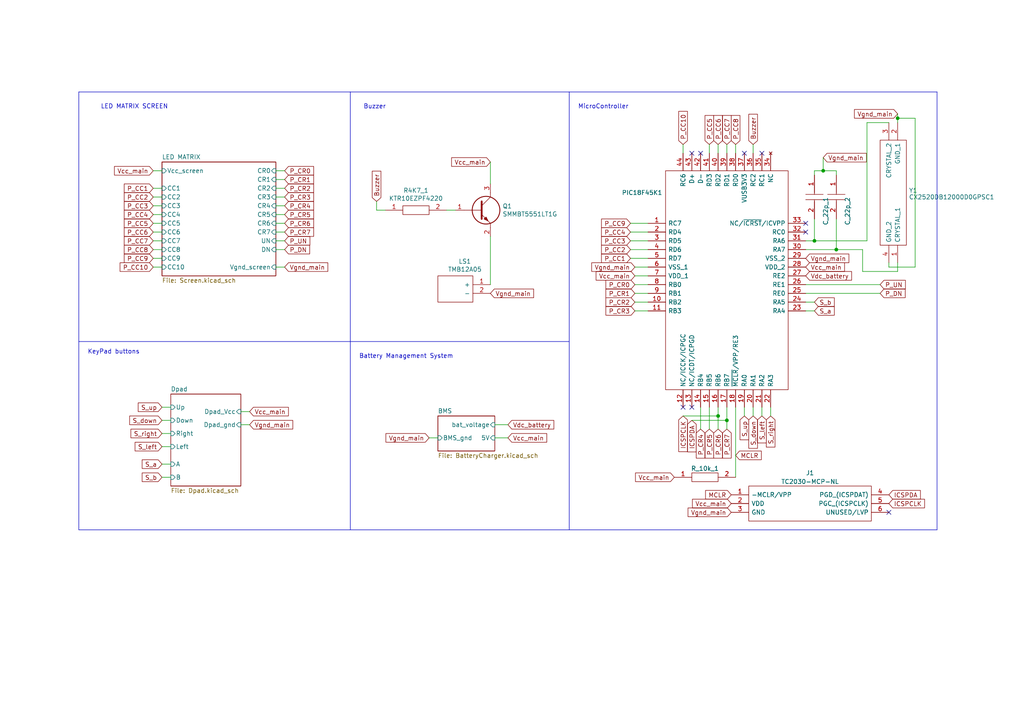
<source format=kicad_sch>
(kicad_sch (version 20230121) (generator eeschema)
  (paper "A4")
  (title_block (title "PicBytes Micro - General") (date "2024-01-03") (rev "V1.2") (company "Making Devices") (comment 1 "Rubén G.S."))
  (lib_symbols
    (symbol "PicBytesMicro-rescue:GCG21BR71H154KA01K-SamacSys_Parts" (pin_names (offset 0.762))
      (property "Reference" "C" (at 8.89 6.35 0))
      (property "Value" "GCG21BR71H154KA01K-SamacSys_Parts" (at 8.89 3.81 0))
      (symbol "GCG21BR71H154KA01K-SamacSys_Parts_0_0"
        (pin passive line (at 0 0 0) (length 5.08) (name "~") (number "1"))
        (pin passive line (at 12.7 0 180) (length 5.08) (name "~") (number "2"))
      )
      (symbol "GCG21BR71H154KA01K-SamacSys_Parts_0_1"
        (polyline (pts (xy 5.08 0) (xy 5.588 0)) (stroke (width 0.1524)))
        (polyline (pts (xy 5.588 2.54) (xy 5.588 -2.54)) (stroke (width 0.1524)))
        (polyline (pts (xy 7.112 0) (xy 7.62 0)) (stroke (width 0.1524)))
        (polyline (pts (xy 7.112 2.54) (xy 7.112 -2.54)) (stroke (width 0.1524)))
      )
    )
    (symbol "PicBytesMicro-rescue:KTR10EZPF4220-SamacSys_Parts" (pin_names (offset 0.762))
      (property "Reference" "R" (at 13.97 6.35 0))
      (property "Value" "KTR10EZPF4220-SamacSys_Parts" (at 13.97 3.81 0))
      (symbol "KTR10EZPF4220-SamacSys_Parts_0_0"
        (pin passive line (at 0 0 0) (length 5.08) (name "~") (number "1"))
        (pin passive line (at 17.78 0 180) (length 5.08) (name "~") (number "2"))
      )
      (symbol "KTR10EZPF4220-SamacSys_Parts_0_1"
        (polyline (pts (xy 5.08 1.27) (xy 12.7 1.27) (xy 12.7 -1.27) (xy 5.08 -1.27) (xy 5.08 1.27)) (stroke (width 0.1524)))
      )
    )
    (symbol "PicBytesMicro-rescue:PIC18F45K50-I_PT-SamacSys_Parts" (pin_names (offset 0.762))
      (property "Reference" "IC" (at 41.91 20.32 0))
      (property "Value" "PIC18F45K50-I_PT-SamacSys_Parts" (at 41.91 17.78 0))
      (symbol "PIC18F45K50-I_PT-SamacSys_Parts_0_0"
        (pin passive line (at 0 0 0) (length 5.08) (name "RC7") (number "1"))
        (pin passive line (at 0 -22.86 0) (length 5.08) (name "RB2") (number "10"))
        (pin passive line (at 0 -25.4 0) (length 5.08) (name "RB3") (number "11"))
        (pin passive line (at 10.16 -53.34 90) (length 5.08) (name "NC/ICCK/ICPGC") (number "12"))
        (pin passive line (at 12.7 -53.34 90) (length 5.08) (name "NC/ICDT/ICPGD") (number "13"))
        (pin passive line (at 15.24 -53.34 90) (length 5.08) (name "RB4") (number "14"))
        (pin passive line (at 17.78 -53.34 90) (length 5.08) (name "RB5") (number "15"))
        (pin passive line (at 20.32 -53.34 90) (length 5.08) (name "RB6") (number "16"))
        (pin passive line (at 22.86 -53.34 90) (length 5.08) (name "RB7") (number "17"))
        (pin passive line (at 25.4 -53.34 90) (length 5.08) (name "~{MCLR}/VPP/RE3") (number "18"))
        (pin passive line (at 27.94 -53.34 90) (length 5.08) (name "RA0") (number "19"))
        (pin passive line (at 0 -2.54 0) (length 5.08) (name "RD4") (number "2"))
        (pin passive line (at 30.48 -53.34 90) (length 5.08) (name "RA1") (number "20"))
        (pin passive line (at 33.02 -53.34 90) (length 5.08) (name "RA2") (number "21"))
        (pin passive line (at 35.56 -53.34 90) (length 5.08) (name "RA3") (number "22"))
        (pin passive line (at 45.72 -25.4 180) (length 5.08) (name "RA4") (number "23"))
        (pin passive line (at 45.72 -22.86 180) (length 5.08) (name "RA5") (number "24"))
        (pin passive line (at 45.72 -20.32 180) (length 5.08) (name "RE0") (number "25"))
        (pin passive line (at 45.72 -17.78 180) (length 5.08) (name "RE1") (number "26"))
        (pin passive line (at 45.72 -15.24 180) (length 5.08) (name "RE2") (number "27"))
        (pin passive line (at 45.72 -12.7 180) (length 5.08) (name "VDD_2") (number "28"))
        (pin passive line (at 45.72 -10.16 180) (length 5.08) (name "VSS_2") (number "29"))
        (pin passive line (at 0 -5.08 0) (length 5.08) (name "RD5") (number "3"))
        (pin passive line (at 45.72 -7.62 180) (length 5.08) (name "RA7") (number "30"))
        (pin passive line (at 45.72 -5.08 180) (length 5.08) (name "RA6") (number "31"))
        (pin passive line (at 45.72 -2.54 180) (length 5.08) (name "RC0") (number "32"))
        (pin passive line (at 45.72 0 180) (length 5.08) (name "NC/~{ICRST}/ICVPP") (number "33"))
        (pin no_connect line (at 35.56 20.32 270) (length 5.08) (name "NC") (number "34"))
        (pin passive line (at 33.02 20.32 270) (length 5.08) (name "RC1") (number "35"))
        (pin passive line (at 30.48 20.32 270) (length 5.08) (name "RC2") (number "36"))
        (pin passive line (at 27.94 20.32 270) (length 5.08) (name "VUSB3V3") (number "37"))
        (pin passive line (at 25.4 20.32 270) (length 5.08) (name "RD0") (number "38"))
        (pin passive line (at 22.86 20.32 270) (length 5.08) (name "RD1") (number "39"))
        (pin passive line (at 0 -7.62 0) (length 5.08) (name "RD6") (number "4"))
        (pin passive line (at 20.32 20.32 270) (length 5.08) (name "RD2") (number "40"))
        (pin passive line (at 17.78 20.32 270) (length 5.08) (name "RD3") (number "41"))
        (pin passive line (at 15.24 20.32 270) (length 5.08) (name "D-") (number "42"))
        (pin passive line (at 12.7 20.32 270) (length 5.08) (name "D+") (number "43"))
        (pin passive line (at 10.16 20.32 270) (length 5.08) (name "RC6") (number "44"))
        (pin passive line (at 0 -10.16 0) (length 5.08) (name "RD7") (number "5"))
        (pin passive line (at 0 -12.7 0) (length 5.08) (name "VSS_1") (number "6"))
        (pin passive line (at 0 -15.24 0) (length 5.08) (name "VDD_1") (number "7"))
        (pin passive line (at 0 -17.78 0) (length 5.08) (name "RB0") (number "8"))
        (pin passive line (at 0 -20.32 0) (length 5.08) (name "RB1") (number "9"))
      )
      (symbol "PIC18F45K50-I_PT-SamacSys_Parts_0_1"
        (polyline (pts (xy 5.08 15.24) (xy 40.64 15.24) (xy 40.64 -48.26) (xy 5.08 -48.26) (xy 5.08 15.24)) (stroke (width 0.1524)))
      )
    )
    (symbol "PicBytesMicro-rescue:SMMBT5551LT1G-SamacSys_Parts" (pin_names (offset 0.762))
      (property "Reference" "Q" (at 13.97 1.27 0))
      (property "Value" "SMMBT5551LT1G-SamacSys_Parts" (at 13.97 -1.27 0))
      (symbol "SMMBT5551LT1G-SamacSys_Parts_0_0"
        (pin passive line (at 0 0 0) (length 2.54) (name "~") (number "1"))
        (pin passive line (at 10.16 -7.62 90) (length 2.54) (name "~") (number "2"))
        (pin passive line (at 10.16 7.62 270) (length 2.54) (name "~") (number "3"))
      )
      (symbol "SMMBT5551LT1G-SamacSys_Parts_0_1"
        (polyline (pts (xy 2.54 0) (xy 7.62 0)) (stroke (width 0.1524)))
        (polyline (pts (xy 7.62 -1.27) (xy 10.16 -3.81)) (stroke (width 0.1524)))
        (polyline (pts (xy 7.62 1.27) (xy 10.16 3.81)) (stroke (width 0.1524)))
        (polyline (pts (xy 7.62 2.54) (xy 7.62 -2.54)) (stroke (width 0.508)))
        (polyline (pts (xy 10.16 -3.81) (xy 10.16 -5.08)) (stroke (width 0.1524)))
        (polyline (pts (xy 10.16 3.81) (xy 10.16 5.08)) (stroke (width 0.1524)))
        (polyline (pts (xy 8.382 -2.54) (xy 8.89 -2.032) (xy 9.398 -3.048) (xy 8.382 -2.54)) (stroke (width 0.254)) (fill (type outline)))
        (circle (center 8.89 0) (radius 4.0132) (stroke (width 0.254)))
      )
    )
    (symbol "PicBytesMicro-rescue:TMB12A05-SamacSys_Parts" (pin_names (offset 0.762))
      (property "Reference" "LS" (at 16.51 7.62 0))
      (property "Value" "TMB12A05-SamacSys_Parts" (at 16.51 5.08 0))
      (symbol "TMB12A05-SamacSys_Parts_0_0"
        (pin passive line (at 0 -2.54 0) (length 5.08) (name "+") (number "1"))
        (pin passive line (at 0 0 0) (length 5.08) (name "-") (number "2"))
      )
      (symbol "TMB12A05-SamacSys_Parts_0_1"
        (polyline (pts (xy 5.08 2.54) (xy 15.24 2.54) (xy 15.24 -5.08) (xy 5.08 -5.08) (xy 5.08 2.54)) (stroke (width 0.1524)))
      )
    )
    (symbol "User_lib:CX2520DB12000D0GPSC1" (pin_names (offset 0.762))
      (property "Reference" "Y" (at 36.83 7.62 0))
      (property "Value" "CX2520DB12000D0GPSC1" (at 36.83 5.08 0))
      (symbol "CX2520DB12000D0GPSC1_0_0"
        (pin passive line (at 0 -2.54 0) (length 5.08) (name "CRYSTAL_1") (number "1"))
        (pin passive line (at 40.64 -2.54 180) (length 5.08) (name "GND_1") (number "2"))
        (pin passive line (at 40.64 0 180) (length 5.08) (name "CRYSTAL_2") (number "3"))
        (pin passive line (at 0 0 0) (length 5.08) (name "GND_2") (number "4"))
      )
      (symbol "CX2520DB12000D0GPSC1_0_1"
        (polyline (pts (xy 5.08 2.54) (xy 35.56 2.54) (xy 35.56 -5.08) (xy 5.08 -5.08) (xy 5.08 2.54)) (stroke (width 0.1524)))
      )
    )
    (symbol "User_lib:TC2030-MCP-NL" (pin_names (offset 0.762))
      (property "Reference" "J" (at 41.91 7.62 0))
      (property "Value" "TC2030-MCP-NL" (at 41.91 5.08 0))
      (symbol "TC2030-MCP-NL_0_0"
        (pin passive line (at 0 0 0) (length 5.08) (name "-MCLR/VPP") (number "1"))
        (pin passive line (at 0 -2.54 0) (length 5.08) (name "VDD") (number "2"))
        (pin passive line (at 0 -5.08 0) (length 5.08) (name "GND") (number "3"))
        (pin passive line (at 45.72 0 180) (length 5.08) (name "PGD_(ICSPDAT)") (number "4"))
        (pin passive line (at 45.72 -2.54 180) (length 5.08) (name "PGC_(ICSPCLK)") (number "5"))
        (pin passive line (at 45.72 -5.08 180) (length 5.08) (name "UNUSED/LVP") (number "6"))
      )
      (symbol "TC2030-MCP-NL_0_1"
        (polyline (pts (xy 5.08 2.54) (xy 40.64 2.54) (xy 40.64 -7.62) (xy 5.08 -7.62) (xy 5.08 2.54)) (stroke (width 0.1524)))
      )
    )
  )
  (junction (at 210.82 121.92))
  (junction (at 208.28 120.65))
  (junction (at 238.76 49.53))
  (junction (at 260.35 34.29))
  (junction (at 242.57 72.39))
  (junction (at 236.22 69.85))
  (no_connect (at 233.68 64.77))
  (no_connect (at 198.12 118.11))
  (no_connect (at 200.66 44.45))
  (no_connect (at 215.9 44.45))
  (no_connect (at 233.68 67.31))
  (no_connect (at 220.98 44.45))
  (no_connect (at 203.2 44.45))
  (no_connect (at 257.81 148.59))
  (no_connect (at 200.66 118.11))
  (wire (pts (xy 213.36 138.43) (xy 213.36 118.11)))
  (wire (pts (xy 44.45 57.15) (xy 46.99 57.15)))
  (wire (pts (xy 187.96 74.93) (xy 182.88 74.93)))
  (wire (pts (xy 124.46 127) (xy 127 127)))
  (wire (pts (xy 242.57 72.39) (xy 250.19 72.39)))
  (wire (pts (xy 49.53 138.43) (xy 46.99 138.43)))
  (wire (pts (xy 82.55 52.07) (xy 80.01 52.07)))
  (wire (pts (xy 210.82 121.92) (xy 210.82 118.11)))
  (wire (pts (xy 46.99 69.85) (xy 44.45 69.85)))
  (wire (pts (xy 46.99 134.62) (xy 49.53 134.62)))
  (wire (pts (xy 218.44 41.91) (xy 218.44 44.45)))
  (wire (pts (xy 200.66 121.92) (xy 210.82 121.92)))
  (wire (pts (xy 260.35 34.29) (xy 265.43 34.29)))
  (wire (pts (xy 46.99 125.73) (xy 49.53 125.73)))
  (wire (pts (xy 184.15 77.47) (xy 187.96 77.47)))
  (wire (pts (xy 82.55 59.69) (xy 80.01 59.69)))
  (wire (pts (xy 80.01 67.31) (xy 82.55 67.31)))
  (wire (pts (xy 46.99 59.69) (xy 44.45 59.69)))
  (wire (pts (xy 187.96 90.17) (xy 184.15 90.17)))
  (wire (pts (xy 208.28 124.46) (xy 208.28 120.65)))
  (wire (pts (xy 198.12 41.91) (xy 198.12 44.45)))
  (wire (pts (xy 242.57 49.53) (xy 238.76 49.53)))
  (wire (pts (xy 111.76 60.96) (xy 109.22 60.96)))
  (wire (pts (xy 215.9 120.65) (xy 215.9 118.11)))
  (wire (pts (xy 72.39 119.38) (xy 69.85 119.38)))
  (wire (pts (xy 182.88 67.31) (xy 187.96 67.31)))
  (wire (pts (xy 187.96 80.01) (xy 184.15 80.01)))
  (wire (pts (xy 260.35 33.02) (xy 260.35 34.29)))
  (wire (pts (xy 242.57 72.39) (xy 242.57 63.5)))
  (wire (pts (xy 236.22 90.17) (xy 233.68 90.17)))
  (wire (pts (xy 260.35 76.2) (xy 260.35 78.74)))
  (wire (pts (xy 46.99 54.61) (xy 44.45 54.61)))
  (wire (pts (xy 44.45 72.39) (xy 46.99 72.39)))
  (wire (pts (xy 44.45 67.31) (xy 46.99 67.31)))
  (polyline (pts (xy 165.1 153.67) (xy 165.1 26.67)))
  (wire (pts (xy 44.45 77.47) (xy 46.99 77.47)))
  (wire (pts (xy 82.55 77.47) (xy 80.01 77.47)))
  (wire (pts (xy 265.43 77.47) (xy 257.81 77.47)))
  (wire (pts (xy 238.76 45.72) (xy 238.76 49.53)))
  (wire (pts (xy 236.22 69.85) (xy 233.68 69.85)))
  (wire (pts (xy 242.57 50.8) (xy 242.57 49.53)))
  (wire (pts (xy 213.36 41.91) (xy 213.36 44.45)))
  (wire (pts (xy 260.35 34.29) (xy 260.35 35.56)))
  (polyline (pts (xy 165.1 99.06) (xy 22.86 99.06)))
  (wire (pts (xy 251.46 35.56) (xy 251.46 69.85)))
  (wire (pts (xy 109.22 60.96) (xy 109.22 58.42)))
  (wire (pts (xy 257.81 77.47) (xy 257.81 76.2)))
  (wire (pts (xy 187.96 64.77) (xy 182.88 64.77)))
  (wire (pts (xy 223.52 120.65) (xy 223.52 118.11)))
  (wire (pts (xy 82.55 57.15) (xy 80.01 57.15)))
  (wire (pts (xy 46.99 74.93) (xy 44.45 74.93)))
  (polyline (pts (xy 22.86 26.67) (xy 22.86 153.67)))
  (wire (pts (xy 82.55 54.61) (xy 80.01 54.61)))
  (wire (pts (xy 143.51 127) (xy 147.32 127)))
  (wire (pts (xy 203.2 124.46) (xy 203.2 118.11)))
  (wire (pts (xy 80.01 72.39) (xy 82.55 72.39)))
  (wire (pts (xy 46.99 49.53) (xy 44.45 49.53)))
  (wire (pts (xy 265.43 34.29) (xy 265.43 77.47)))
  (wire (pts (xy 242.57 72.39) (xy 233.68 72.39)))
  (wire (pts (xy 238.76 49.53) (xy 236.22 49.53)))
  (wire (pts (xy 236.22 63.5) (xy 236.22 69.85)))
  (polyline (pts (xy 101.6 153.67) (xy 101.6 26.67)))
  (wire (pts (xy 257.81 35.56) (xy 251.46 35.56)))
  (wire (pts (xy 208.28 120.65) (xy 208.28 118.11)))
  (wire (pts (xy 143.51 123.19) (xy 147.32 123.19)))
  (wire (pts (xy 233.68 85.09) (xy 255.27 85.09)))
  (wire (pts (xy 205.74 41.91) (xy 205.74 44.45)))
  (wire (pts (xy 210.82 124.46) (xy 210.82 121.92)))
  (wire (pts (xy 72.39 123.19) (xy 69.85 123.19)))
  (wire (pts (xy 260.35 78.74) (xy 250.19 78.74)))
  (wire (pts (xy 82.55 69.85) (xy 80.01 69.85)))
  (wire (pts (xy 255.27 82.55) (xy 233.68 82.55)))
  (wire (pts (xy 187.96 85.09) (xy 184.15 85.09)))
  (wire (pts (xy 208.28 41.91) (xy 208.28 44.45)))
  (wire (pts (xy 82.55 49.53) (xy 80.01 49.53)))
  (wire (pts (xy 210.82 41.91) (xy 210.82 44.45)))
  (wire (pts (xy 187.96 69.85) (xy 182.88 69.85)))
  (wire (pts (xy 49.53 118.11) (xy 46.99 118.11)))
  (wire (pts (xy 184.15 82.55) (xy 187.96 82.55)))
  (wire (pts (xy 220.98 120.65) (xy 220.98 118.11)))
  (wire (pts (xy 132.08 60.96) (xy 129.54 60.96)))
  (wire (pts (xy 182.88 72.39) (xy 187.96 72.39)))
  (wire (pts (xy 236.22 49.53) (xy 236.22 50.8)))
  (polyline (pts (xy 271.78 26.67) (xy 271.78 153.67)))
  (wire (pts (xy 49.53 129.54) (xy 46.99 129.54)))
  (wire (pts (xy 142.24 68.58) (xy 142.24 82.55)))
  (wire (pts (xy 250.19 78.74) (xy 250.19 72.39)))
  (wire (pts (xy 236.22 69.85) (xy 251.46 69.85)))
  (wire (pts (xy 49.53 121.92) (xy 46.99 121.92)))
  (wire (pts (xy 44.45 62.23) (xy 46.99 62.23)))
  (wire (pts (xy 46.99 64.77) (xy 44.45 64.77)))
  (wire (pts (xy 236.22 87.63) (xy 233.68 87.63)))
  (wire (pts (xy 184.15 87.63) (xy 187.96 87.63)))
  (wire (pts (xy 205.74 124.46) (xy 205.74 118.11)))
  (wire (pts (xy 218.44 120.65) (xy 218.44 118.11)))
  (wire (pts (xy 142.24 46.99) (xy 142.24 53.34)))
  (wire (pts (xy 80.01 62.23) (xy 82.55 62.23)))
  (wire (pts (xy 198.12 120.65) (xy 208.28 120.65)))
  (polyline (pts (xy 22.86 153.67) (xy 271.78 153.67)))
  (polyline (pts (xy 22.86 26.67) (xy 271.78 26.67)))
  (wire (pts (xy 82.55 64.77) (xy 80.01 64.77)))
  (text "MicroController" (at 167.64 31.75 0) (effects (font (size 1.27 1.27)) (justify left bottom)))
  (text "KeyPad buttons" (at 25.4 102.87 0) (effects (font (size 1.27 1.27)) (justify left bottom)))
  (text "Battery Management System" (at 104.14 104.14 0) (effects (font (size 1.27 1.27)) (justify left bottom)))
  (text "LED MATRIX SCREEN\n" (at 29.21 31.75 0) (effects (font (size 1.27 1.27)) (justify left bottom)))
  (text "Buzzer\n" (at 105.41 31.75 0) (effects (font (size 1.27 1.27)) (justify left bottom)))
  (global_label "Vgnd_main" (shape input) (at 260.35 33.02 180) (property "Intersheetrefs" "${INTERSHEET_REFS}" (effects hide)))
  (global_label "P_CC4" (shape input) (at 182.88 67.31 180) (property "Intersheetrefs" "${INTERSHEET_REFS}" (effects hide)))
  (global_label "P_CR2" (shape input) (at 184.15 87.63 180) (property "Intersheetrefs" "${INTERSHEET_REFS}" (effects hide)))
  (global_label "S_left" (shape input) (at 220.98 120.65 270) (property "Intersheetrefs" "${INTERSHEET_REFS}" (effects hide)))
  (global_label "P_CC5" (shape input) (at 44.45 64.77 180) (property "Intersheetrefs" "${INTERSHEET_REFS}" (effects hide)))
  (global_label "MCLR" (shape input) (at 213.36 132.08 0) (property "Intersheetrefs" "${INTERSHEET_REFS}" (effects hide)))
  (global_label "P_CC7" (shape input) (at 44.45 69.85 180) (property "Intersheetrefs" "${INTERSHEET_REFS}" (effects hide)))
  (global_label "P_CR2" (shape input) (at 82.55 54.61 0) (property "Intersheetrefs" "${INTERSHEET_REFS}" (effects hide)))
  (global_label "Vcc_main" (shape input) (at 233.68 77.47 0) (property "Intersheetrefs" "${INTERSHEET_REFS}" (effects hide)))
  (global_label "Vdc_battery" (shape input) (at 233.68 80.01 0) (property "Intersheetrefs" "${INTERSHEET_REFS}" (effects hide)))
  (global_label "P_CC10" (shape input) (at 44.45 77.47 180) (property "Intersheetrefs" "${INTERSHEET_REFS}" (effects hide)))
  (global_label "P_CC8" (shape input) (at 44.45 72.39 180) (property "Intersheetrefs" "${INTERSHEET_REFS}" (effects hide)))
  (global_label "Buzzer" (shape input) (at 109.22 58.42 90) (property "Intersheetrefs" "${INTERSHEET_REFS}" (effects hide)))
  (global_label "Vcc_main" (shape input) (at 72.39 119.38 0) (property "Intersheetrefs" "${INTERSHEET_REFS}" (effects hide)))
  (global_label "S_down" (shape input) (at 46.99 121.92 180) (property "Intersheetrefs" "${INTERSHEET_REFS}" (effects hide)))
  (global_label "P_CR1" (shape input) (at 184.15 85.09 180) (property "Intersheetrefs" "${INTERSHEET_REFS}" (effects hide)))
  (global_label "ICSPCLK" (shape input) (at 257.81 146.05 0) (property "Intersheetrefs" "${INTERSHEET_REFS}" (effects hide)))
  (global_label "Vcc_main" (shape input) (at 212.09 146.05 180) (property "Intersheetrefs" "${INTERSHEET_REFS}" (effects hide)))
  (global_label "P_CR3" (shape input) (at 82.55 57.15 0) (property "Intersheetrefs" "${INTERSHEET_REFS}" (effects hide)))
  (global_label "Vcc_main" (shape input) (at 195.58 138.43 180) (property "Intersheetrefs" "${INTERSHEET_REFS}" (effects hide)))
  (global_label "P_CC7" (shape input) (at 210.82 41.91 90) (property "Intersheetrefs" "${INTERSHEET_REFS}" (effects hide)))
  (global_label "MCLR" (shape input) (at 212.09 143.51 180) (property "Intersheetrefs" "${INTERSHEET_REFS}" (effects hide)))
  (global_label "ICSPDA" (shape input) (at 200.66 121.92 270) (property "Intersheetrefs" "${INTERSHEET_REFS}" (effects hide)))
  (global_label "P_CC1" (shape input) (at 182.88 74.93 180) (property "Intersheetrefs" "${INTERSHEET_REFS}" (effects hide)))
  (global_label "P_CC9" (shape input) (at 182.88 64.77 180) (property "Intersheetrefs" "${INTERSHEET_REFS}" (effects hide)))
  (global_label "P_CR6" (shape input) (at 82.55 64.77 0) (property "Intersheetrefs" "${INTERSHEET_REFS}" (effects hide)))
  (global_label "ICSPDA" (shape input) (at 257.81 143.51 0) (property "Intersheetrefs" "${INTERSHEET_REFS}" (effects hide)))
  (global_label "S_a" (shape input) (at 236.22 90.17 0) (property "Intersheetrefs" "${INTERSHEET_REFS}" (effects hide)))
  (global_label "Vcc_main" (shape input) (at 142.24 46.99 180) (property "Intersheetrefs" "${INTERSHEET_REFS}" (effects hide)))
  (global_label "P_CR4" (shape input) (at 203.2 124.46 270) (property "Intersheetrefs" "${INTERSHEET_REFS}" (effects hide)))
  (global_label "P_CC10" (shape input) (at 198.12 41.91 90) (property "Intersheetrefs" "${INTERSHEET_REFS}" (effects hide)))
  (global_label "P_CC9" (shape input) (at 44.45 74.93 180) (property "Intersheetrefs" "${INTERSHEET_REFS}" (effects hide)))
  (global_label "S_down" (shape input) (at 218.44 120.65 270) (property "Intersheetrefs" "${INTERSHEET_REFS}" (effects hide)))
  (global_label "S_left" (shape input) (at 46.99 129.54 180) (property "Intersheetrefs" "${INTERSHEET_REFS}" (effects hide)))
  (global_label "P_CR0" (shape input) (at 82.55 49.53 0) (property "Intersheetrefs" "${INTERSHEET_REFS}" (effects hide)))
  (global_label "P_DN" (shape input) (at 82.55 72.39 0) (property "Intersheetrefs" "${INTERSHEET_REFS}" (effects hide)))
  (global_label "P_CC6" (shape input) (at 208.28 41.91 90) (property "Intersheetrefs" "${INTERSHEET_REFS}" (effects hide)))
  (global_label "Vcc_main" (shape input) (at 147.32 127 0) (property "Intersheetrefs" "${INTERSHEET_REFS}" (effects hide)))
  (global_label "P_CC6" (shape input) (at 44.45 67.31 180) (property "Intersheetrefs" "${INTERSHEET_REFS}" (effects hide)))
  (global_label "P_UN" (shape input) (at 82.55 69.85 0) (property "Intersheetrefs" "${INTERSHEET_REFS}" (effects hide)))
  (global_label "P_CC8" (shape input) (at 213.36 41.91 90) (property "Intersheetrefs" "${INTERSHEET_REFS}" (effects hide)))
  (global_label "P_CR7" (shape input) (at 82.55 67.31 0) (property "Intersheetrefs" "${INTERSHEET_REFS}" (effects hide)))
  (global_label "P_CC1" (shape input) (at 44.45 54.61 180) (property "Intersheetrefs" "${INTERSHEET_REFS}" (effects hide)))
  (global_label "Vgnd_main" (shape input) (at 82.55 77.47 0) (property "Intersheetrefs" "${INTERSHEET_REFS}" (effects hide)))
  (global_label "Vgnd_main" (shape input) (at 233.68 74.93 0) (property "Intersheetrefs" "${INTERSHEET_REFS}" (effects hide)))
  (global_label "P_CC2" (shape input) (at 182.88 72.39 180) (property "Intersheetrefs" "${INTERSHEET_REFS}" (effects hide)))
  (global_label "Vdc_battery" (shape input) (at 147.32 123.19 0) (property "Intersheetrefs" "${INTERSHEET_REFS}" (effects hide)))
  (global_label "P_CC4" (shape input) (at 44.45 62.23 180) (property "Intersheetrefs" "${INTERSHEET_REFS}" (effects hide)))
  (global_label "P_CR6" (shape input) (at 208.28 124.46 270) (property "Intersheetrefs" "${INTERSHEET_REFS}" (effects hide)))
  (global_label "P_CC3" (shape input) (at 182.88 69.85 180) (property "Intersheetrefs" "${INTERSHEET_REFS}" (effects hide)))
  (global_label "Vgnd_main" (shape input) (at 184.15 77.47 180) (property "Intersheetrefs" "${INTERSHEET_REFS}" (effects hide)))
  (global_label "ICSPCLK" (shape input) (at 198.12 120.65 270) (property "Intersheetrefs" "${INTERSHEET_REFS}" (effects hide)))
  (global_label "P_UN" (shape input) (at 255.27 82.55 0) (property "Intersheetrefs" "${INTERSHEET_REFS}" (effects hide)))
  (global_label "S_a" (shape input) (at 46.99 134.62 180) (property "Intersheetrefs" "${INTERSHEET_REFS}" (effects hide)))
  (global_label "S_b" (shape input) (at 46.99 138.43 180) (property "Intersheetrefs" "${INTERSHEET_REFS}" (effects hide)))
  (global_label "P_CR7" (shape input) (at 210.82 124.46 270) (property "Intersheetrefs" "${INTERSHEET_REFS}" (effects hide)))
  (global_label "P_CR1" (shape input) (at 82.55 52.07 0) (property "Intersheetrefs" "${INTERSHEET_REFS}" (effects hide)))
  (global_label "P_CC2" (shape input) (at 44.45 57.15 180) (property "Intersheetrefs" "${INTERSHEET_REFS}" (effects hide)))
  (global_label "Vcc_main" (shape input) (at 184.15 80.01 180) (property "Intersheetrefs" "${INTERSHEET_REFS}" (effects hide)))
  (global_label "S_right" (shape input) (at 223.52 120.65 270) (property "Intersheetrefs" "${INTERSHEET_REFS}" (effects hide)))
  (global_label "S_right" (shape input) (at 46.99 125.73 180) (property "Intersheetrefs" "${INTERSHEET_REFS}" (effects hide)))
  (global_label "S_b" (shape input) (at 236.22 87.63 0) (property "Intersheetrefs" "${INTERSHEET_REFS}" (effects hide)))
  (global_label "P_CC5" (shape input) (at 205.74 41.91 90) (property "Intersheetrefs" "${INTERSHEET_REFS}" (effects hide)))
  (global_label "S_up" (shape input) (at 215.9 120.65 270) (property "Intersheetrefs" "${INTERSHEET_REFS}" (effects hide)))
  (global_label "P_CR3" (shape input) (at 184.15 90.17 180) (property "Intersheetrefs" "${INTERSHEET_REFS}" (effects hide)))
  (global_label "Vcc_main" (shape input) (at 44.45 49.53 180) (property "Intersheetrefs" "${INTERSHEET_REFS}" (effects hide)))
  (global_label "S_up" (shape input) (at 46.99 118.11 180) (property "Intersheetrefs" "${INTERSHEET_REFS}" (effects hide)))
  (global_label "Vgnd_main" (shape input) (at 238.76 45.72 0) (property "Intersheetrefs" "${INTERSHEET_REFS}" (effects hide)))
  (global_label "Vgnd_main" (shape input) (at 142.24 85.09 0) (property "Intersheetrefs" "${INTERSHEET_REFS}" (effects hide)))
  (global_label "P_CR5" (shape input) (at 205.74 124.46 270) (property "Intersheetrefs" "${INTERSHEET_REFS}" (effects hide)))
  (global_label "Vgnd_main" (shape input) (at 212.09 148.59 180) (property "Intersheetrefs" "${INTERSHEET_REFS}" (effects hide)))
  (global_label "P_CR5" (shape input) (at 82.55 62.23 0) (property "Intersheetrefs" "${INTERSHEET_REFS}" (effects hide)))
  (global_label "P_CR4" (shape input) (at 82.55 59.69 0) (property "Intersheetrefs" "${INTERSHEET_REFS}" (effects hide)))
  (global_label "Vgnd_main" (shape input) (at 72.39 123.19 0) (property "Intersheetrefs" "${INTERSHEET_REFS}" (effects hide)))
  (global_label "Vgnd_main" (shape input) (at 124.46 127 180) (property "Intersheetrefs" "${INTERSHEET_REFS}" (effects hide)))
  (global_label "P_CC3" (shape input) (at 44.45 59.69 180) (property "Intersheetrefs" "${INTERSHEET_REFS}" (effects hide)))
  (global_label "Buzzer" (shape input) (at 218.44 41.91 90) (property "Intersheetrefs" "${INTERSHEET_REFS}" (effects hide)))
  (global_label "P_CR0" (shape input) (at 184.15 82.55 180) (property "Intersheetrefs" "${INTERSHEET_REFS}" (effects hide)))
  (global_label "P_DN" (shape input) (at 255.27 85.09 0) (property "Intersheetrefs" "${INTERSHEET_REFS}" (effects hide)))
  (symbol (lib_id "PicBytesMicro-rescue:GCG21BR71H154KA01K-SamacSys_Parts") (at 236.22 50.8 270) (unit 1)
    (property "Reference" "C_22p_1" (at 239.4712 57.15 0) (effects (justify left)))
    (property "Value" "GCG21BR71H154KA01K" (effects hide))
    (property "Footprint" "CAPC2012X145N" (effects hide))
    (property "Datasheet" "https://psearch.en.murata.com/capacitor/product/GCG21BR71H154KA01%23.html" (effects hide))
    (property "Description" "Capacitor L=2.0mm W=1.25mm T=1.25mm" (effects hide))
    (property "Height" "1.45" (effects hide))
    (property "Manufacturer_Name" "Murata Electronics" (effects hide))
    (property "Manufacturer_Part_Number" "GCG21BR71H154KA01K" (effects hide))
  )
  (symbol (lib_id "PicBytesMicro-rescue:GCG21BR71H154KA01K-SamacSys_Parts") (at 242.57 50.8 270) (unit 1)
    (property "Reference" "C_22p_2" (at 245.8212 57.15 0) (effects (justify left)))
    (property "Value" "GCG21BR71H154KA01K" (effects hide))
    (property "Footprint" "CAPC2012X145N" (effects hide))
    (property "Datasheet" "https://psearch.en.murata.com/capacitor/product/GCG21BR71H154KA01%23.html" (effects hide))
    (property "Description" "Capacitor L=2.0mm W=1.25mm T=1.25mm" (effects hide))
    (property "Height" "1.45" (effects hide))
    (property "Manufacturer_Name" "Murata Electronics" (effects hide))
    (property "Manufacturer_Part_Number" "GCG21BR71H154KA01K" (effects hide))
  )
  (symbol (lib_id "PicBytesMicro-rescue:KTR10EZPF4220-SamacSys_Parts") (at 195.58 138.43 0) (unit 1)
    (property "Reference" "R_10k_1" (at 204.47 135.89 0))
    (property "Value" "KTR10EZPF4220" (effects hide))
    (property "Footprint" "RESC2012X65N" (effects hide))
    (property "Datasheet" "http://rohmfs.rohm.com/en/products/databook/datasheet/passive/resistor/chip_resistor/ktr.pdf" (effects hide))
    (property "Description" "ROHM 0805 Resistor Chip" (effects hide))
    (property "Height" "0.65" (effects hide))
    (property "Manufacturer_Name" "ROHM Semiconductor" (effects hide))
    (property "Manufacturer_Part_Number" "KTR10EZPF4220" (effects hide))
  )
  (symbol (lib_id "PicBytesMicro-rescue:SMMBT5551LT1G-SamacSys_Parts") (at 132.08 60.96 0) (unit 1)
    (property "Reference" "Q1" (at 145.7452 59.7916 0) (effects (justify left)))
    (property "Value" "SMMBT5551LT1G" (at 145.7452 62.103 0) (effects (justify left)))
    (property "Footprint" "SOT96P237X111-3N" (effects hide))
    (property "Datasheet" "http://uk.rs-online.com/web/p/products/1841498P" (effects hide))
    (property "Description" "NPN Bipolar Transistor, 600 mA 160 V, 3-pin SOT-23" (effects hide))
    (property "Height" "1.11" (effects hide))
    (property "RS Part Number" "1841498P" (effects hide))
    (property "RS Price/Stock" "http://uk.rs-online.com/web/p/products/1841498P" (effects hide))
    (property "Manufacturer_Name" "ON Semiconductor" (effects hide))
    (property "Manufacturer_Part_Number" "SMMBT5551LT1G" (effects hide))
    (property "Allied_Number" "70300580" (effects hide))
  )
  (symbol (lib_id "PicBytesMicro-rescue:KTR10EZPF4220-SamacSys_Parts") (at 111.76 60.96 0) (unit 1)
    (property "Reference" "R4K7_1" (at 120.65 55.245 0))
    (property "Value" "KTR10EZPF4220" (at 120.65 57.5564 0))
    (property "Footprint" "RESC2012X65N" (effects hide))
    (property "Datasheet" "http://rohmfs.rohm.com/en/products/databook/datasheet/passive/resistor/chip_resistor/ktr.pdf" (effects hide))
    (property "Description" "ROHM 0805 Resistor Chip" (effects hide))
    (property "Height" "0.65" (effects hide))
    (property "Manufacturer_Name" "ROHM Semiconductor" (effects hide))
    (property "Manufacturer_Part_Number" "KTR10EZPF4220" (effects hide))
  )
  (symbol (lib_id "PicBytesMicro-rescue:TMB12A05-SamacSys_Parts") (at 142.24 85.09 180) (unit 1)
    (property "Reference" "LS1" (at 134.8232 75.819 0))
    (property "Value" "TMB12A05" (at 134.8232 78.1304 0))
    (property "Footprint" "TMB12A05" (effects hide))
    (property "Datasheet" "https://datasheet.lcsc.com/szlcsc/Jiangsu-Huaneng-Elec-TMB12A05_C96093.pdf" (effects hide))
    (property "Description" "12*9.5 Buzzers RoHS" (effects hide))
    (property "Height" "9.5" (effects hide))
    (property "Manufacturer_Name" "Jiangsu Huaneng Elec" (effects hide))
    (property "Manufacturer_Part_Number" "TMB12A05" (effects hide))
  )
  (symbol (lib_id "PicBytesMicro-rescue:PIC18F45K50-I_PT-SamacSys_Parts") (at 187.96 64.77 0) (unit 1)
    (property "Reference" "PIC18F45K1" (at 180.34 55.88 0) (effects (justify left)))
    (property "Value" "PIC18F45K50-I_PT" (effects hide))
    (property "Footprint" "QFP80P1200X1200X120-44N" (effects hide))
    (property "Datasheet" "http://uk.rs-online.com/web/p/products/7864031P" (effects hide))
    (property "Description" "Microchip PIC18F45K50-I/PT, 8bit PIC Microcontroller, 48MHz, 32 kB Flash, 44-Pin TQFP" (effects hide))
    (property "Height" "1.2" (effects hide))
    (property "RS Part Number" "7864031P" (effects hide))
    (property "RS Price/Stock" "http://uk.rs-online.com/web/p/products/7864031P" (effects hide))
    (property "Manufacturer_Name" "Microchip" (effects hide))
    (property "Manufacturer_Part_Number" "PIC18F45K50-I/PT" (effects hide))
    (property "Allied_Number" "70323053" (effects hide))
  )
  (symbol (lib_id "User_lib:CX2520DB12000D0GPSC1") (at 257.81 76.2 90) (unit 1)
    (property "Reference" "Y1" (at 263.6012 55.2363 90) (effects (justify right)))
    (property "Value" "CX2520DB12000D0GPSC1" (at 263.6012 57.1573 90) (effects (justify right)))
    (property "Footprint" "CX2520DB12000D0GPSC1" (effects hide))
    (property "Datasheet" "https://media.digikey.com/pdf/Data%20Sheets/AVX%20PDFs/CX2520DB_USY1M-H1-16428-00_Spec.pdf" (effects hide))
    (property "Description" "Crystals AEC-Q200 12MHz 8pF 2.5x2mm" (effects hide))
    (property "Height" "0.55" (effects hide))
    (property "Manufacturer_Name" "KYOCERA" (effects hide))
    (property "Manufacturer_Part_Number" "CX2520DB12000D0GPSC1" (effects hide))
  )
  (symbol (lib_id "User_lib:TC2030-MCP-NL") (at 212.09 143.51 0) (unit 1)
    (property "Reference" "J1" (at 234.95 137.16 0))
    (property "Value" "TC2030-MCP-NL" (at 234.95 139.7 0))
    (property "Footprint" "TC2030-MCP-NL" (effects hide))
    (property "Datasheet" "http://uk.rs-online.com/web/p/products/8252561" (effects hide))
    (property "Description" "TC2030-MCP-NL PCB Footprint (no legs)" (effects hide))
    (property "RS Part Number" "8252561" (effects hide))
    (property "RS Price/Stock" "http://uk.rs-online.com/web/p/products/8252561" (effects hide))
    (property "Manufacturer_Name" "Microchip" (effects hide))
    (property "Manufacturer_Part_Number" "TC2030-MCP-NL" (effects hide))
  )
  (sheet (at 46.99 46.99) (size 33.02 33.02)
    (property "Sheetname" "LED MATRIX" (at 46.99 46.2784 0) (effects (justify left bottom)))
    (property "Sheetfile" "Screen.kicad_sch" (at 46.99 80.5946 0) (effects (justify left top)))
    (pin "Vcc_screen" input (at 46.99 49.53 180))
    (pin "CC1" input (at 46.99 54.61 180))
    (pin "CC2" input (at 46.99 57.15 180))
    (pin "CC3" input (at 46.99 59.69 180))
    (pin "CC4" input (at 46.99 62.23 180))
    (pin "CC5" input (at 46.99 64.77 180))
    (pin "CC6" input (at 46.99 67.31 180))
    (pin "CC7" input (at 46.99 69.85 180))
    (pin "CC8" input (at 46.99 72.39 180))
    (pin "CC9" input (at 46.99 74.93 180))
    (pin "CC10" input (at 46.99 77.47 180))
    (pin "CR0" input (at 80.01 49.53 0))
    (pin "CR1" input (at 80.01 52.07 0))
    (pin "CR2" input (at 80.01 54.61 0))
    (pin "CR3" input (at 80.01 57.15 0))
    (pin "CR4" input (at 80.01 59.69 0))
    (pin "CR5" input (at 80.01 62.23 0))
    (pin "CR6" input (at 80.01 64.77 0))
    (pin "CR7" input (at 80.01 67.31 0))
    (pin "UN" input (at 80.01 69.85 0))
    (pin "DN" input (at 80.01 72.39 0))
    (pin "Vgnd_screen" input (at 80.01 77.47 0))
  )
  (sheet (at 49.53 114.3) (size 20.32 26.67)
    (property "Sheetname" "Dpad" (at 49.53 113.5884 0) (effects (justify left bottom)))
    (property "Sheetfile" "Dpad.kicad_sch" (at 49.53 141.5546 0) (effects (justify left top)))
    (pin "Up" input (at 49.53 118.11 180))
    (pin "Down" input (at 49.53 121.92 180))
    (pin "Right" input (at 49.53 125.73 180))
    (pin "Left" input (at 49.53 129.54 180))
    (pin "A" input (at 49.53 134.62 180))
    (pin "B" input (at 49.53 138.43 180))
    (pin "Dpad_Vcc" input (at 69.85 119.38 0))
    (pin "Dpad_gnd" input (at 69.85 123.19 0))
  )
  (sheet (at 127 120.65) (size 16.51 10.16)
    (property "Sheetname" "BMS" (at 127 119.9384 0) (effects (justify left bottom)))
    (property "Sheetfile" "BatteryCharger.kicad_sch" (at 127 131.3946 0) (effects (justify left top)))
    (pin "BMS_gnd" input (at 127 127 180))
    (pin "5V" input (at 143.51 127 0))
    (pin "bat_voltage" input (at 143.51 123.19 0))
  )
)
</source>
